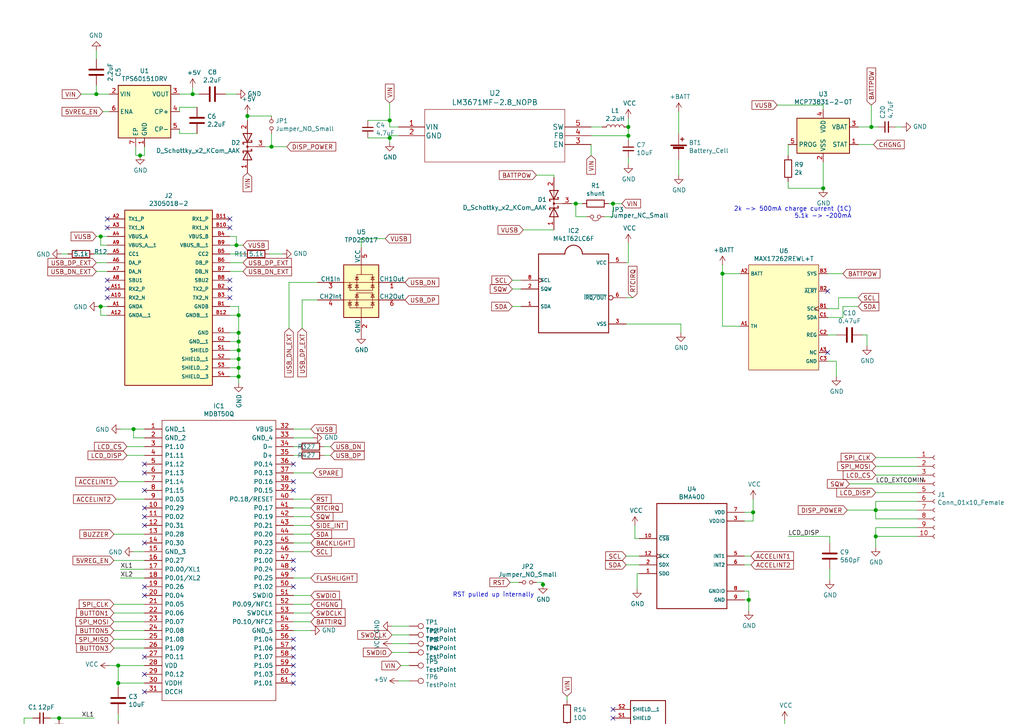
<source format=kicad_sch>
(kicad_sch (version 20210126) (generator eeschema)
  (paper "A4")
  (junction (at 6.985 215.9) (diameter 1.016))
  (junction (at 17.145 208.28) (diameter 1.016))
  (junction (at 17.145 215.9) (diameter 1.016))
  (junction (at 27.94 27.305) (diameter 1.016))
  (junction (at 29.21 68.58) (diameter 1.016))
  (junction (at 29.21 88.9) (diameter 1.016))
  (junction (at 34.29 193.04) (diameter 1.016))
  (junction (at 34.29 198.12) (diameter 1.016))
  (junction (at 38.735 124.46) (diameter 1.016))
  (junction (at 40.64 45.085) (diameter 1.016))
  (junction (at 55.88 27.305) (diameter 1.016))
  (junction (at 68.58 71.12) (diameter 1.016))
  (junction (at 69.215 91.44) (diameter 1.016))
  (junction (at 69.215 96.52) (diameter 1.016))
  (junction (at 69.215 99.06) (diameter 1.016))
  (junction (at 69.215 101.6) (diameter 1.016))
  (junction (at 69.215 104.14) (diameter 1.016))
  (junction (at 69.215 106.68) (diameter 1.016))
  (junction (at 69.215 109.22) (diameter 1.016))
  (junction (at 71.755 33.655) (diameter 1.016))
  (junction (at 78.74 42.545) (diameter 1.016))
  (junction (at 113.03 34.925) (diameter 1.016))
  (junction (at 113.03 40.005) (diameter 1.016))
  (junction (at 153.67 228.6) (diameter 1.016))
  (junction (at 157.48 169.545) (diameter 1.016))
  (junction (at 164.465 238.125) (diameter 1.016))
  (junction (at 167.005 59.055) (diameter 1.016))
  (junction (at 177.8 59.055) (diameter 1.016))
  (junction (at 177.8 215.9) (diameter 1.016))
  (junction (at 177.8 218.44) (diameter 1.016))
  (junction (at 182.245 36.83) (diameter 1.016))
  (junction (at 182.245 39.37) (diameter 1.016))
  (junction (at 209.55 79.375) (diameter 1.016))
  (junction (at 216.789 236.22) (diameter 1.016))
  (junction (at 217.17 173.99) (diameter 1.016))
  (junction (at 218.44 148.59) (diameter 1.016))
  (junction (at 227.584 245.745) (diameter 1.016))
  (junction (at 238.76 54.61) (diameter 1.016))
  (junction (at 252.73 36.83) (diameter 1.016))
  (junction (at 254 147.955) (diameter 1.016))
  (junction (at 254 155.575) (diameter 1.016))
  (junction (at 259.715 235.585) (diameter 1.016))
  (junction (at 270.51 245.11) (diameter 1.016))
  (no_connect (at 31.115 63.5))
  (no_connect (at 31.115 66.04))
  (no_connect (at 31.115 81.28))
  (no_connect (at 31.115 83.82))
  (no_connect (at 31.115 86.36))
  (no_connect (at 41.91 134.62))
  (no_connect (at 41.91 137.16))
  (no_connect (at 41.91 142.24))
  (no_connect (at 41.91 147.32))
  (no_connect (at 41.91 149.86))
  (no_connect (at 41.91 152.4))
  (no_connect (at 41.91 157.48))
  (no_connect (at 41.91 170.18))
  (no_connect (at 41.91 172.72))
  (no_connect (at 41.91 190.5))
  (no_connect (at 41.91 195.58))
  (no_connect (at 41.91 200.66))
  (no_connect (at 66.675 63.5))
  (no_connect (at 66.675 66.04))
  (no_connect (at 66.675 81.28))
  (no_connect (at 66.675 83.82))
  (no_connect (at 66.675 86.36))
  (no_connect (at 85.09 134.62))
  (no_connect (at 85.09 139.7))
  (no_connect (at 85.09 142.24))
  (no_connect (at 85.09 162.56))
  (no_connect (at 85.09 165.1))
  (no_connect (at 85.09 170.18))
  (no_connect (at 85.09 185.42))
  (no_connect (at 85.09 187.96))
  (no_connect (at 85.09 190.5))
  (no_connect (at 85.09 193.04))
  (no_connect (at 85.09 195.58))
  (no_connect (at 85.09 198.12))
  (no_connect (at 177.8 205.74))
  (no_connect (at 177.8 208.28))
  (no_connect (at 240.03 84.455))
  (no_connect (at 240.03 102.235))
  (wire (pts (xy 6.985 208.28) (xy 9.525 208.28)))
  (wire (pts (xy 6.985 215.9) (xy 6.985 208.28)))
  (wire (pts (xy 6.985 215.9) (xy 9.525 215.9)))
  (wire (pts (xy 6.985 219.71) (xy 6.985 215.9)))
  (wire (pts (xy 14.605 208.28) (xy 17.145 208.28)))
  (wire (pts (xy 14.605 215.9) (xy 17.145 215.9)))
  (wire (pts (xy 17.145 208.28) (xy 27.305 208.28)))
  (wire (pts (xy 17.145 215.9) (xy 27.305 215.9)))
  (wire (pts (xy 17.78 73.66) (xy 19.685 73.66)))
  (wire (pts (xy 23.495 27.305) (xy 27.94 27.305)))
  (wire (pts (xy 27.305 73.66) (xy 31.115 73.66)))
  (wire (pts (xy 27.94 17.145) (xy 27.94 14.605)))
  (wire (pts (xy 27.94 24.765) (xy 27.94 27.305)))
  (wire (pts (xy 27.94 27.305) (xy 31.75 27.305)))
  (wire (pts (xy 27.94 68.58) (xy 29.21 68.58)))
  (wire (pts (xy 27.94 76.2) (xy 31.115 76.2)))
  (wire (pts (xy 27.94 78.74) (xy 31.115 78.74)))
  (wire (pts (xy 28.575 88.9) (xy 29.21 88.9)))
  (wire (pts (xy 29.21 68.58) (xy 31.115 68.58)))
  (wire (pts (xy 29.21 71.12) (xy 29.21 68.58)))
  (wire (pts (xy 29.21 88.9) (xy 31.115 88.9)))
  (wire (pts (xy 29.21 91.44) (xy 29.21 88.9)))
  (wire (pts (xy 31.115 71.12) (xy 29.21 71.12)))
  (wire (pts (xy 31.115 91.44) (xy 29.21 91.44)))
  (wire (pts (xy 31.75 32.385) (xy 29.845 32.385)))
  (wire (pts (xy 31.75 193.04) (xy 34.29 193.04)))
  (wire (pts (xy 33.02 154.94) (xy 41.91 154.94)))
  (wire (pts (xy 33.02 162.56) (xy 41.91 162.56)))
  (wire (pts (xy 33.02 175.26) (xy 41.91 175.26)))
  (wire (pts (xy 33.02 177.8) (xy 41.91 177.8)))
  (wire (pts (xy 33.02 180.34) (xy 41.91 180.34)))
  (wire (pts (xy 33.02 182.88) (xy 41.91 182.88)))
  (wire (pts (xy 33.02 185.42) (xy 41.91 185.42)))
  (wire (pts (xy 33.02 187.96) (xy 41.91 187.96)))
  (wire (pts (xy 33.655 144.78) (xy 41.91 144.78)))
  (wire (pts (xy 34.29 139.7) (xy 41.91 139.7)))
  (wire (pts (xy 34.29 193.04) (xy 41.91 193.04)))
  (wire (pts (xy 34.29 198.12) (xy 34.29 193.04)))
  (wire (pts (xy 34.29 198.12) (xy 34.29 199.39)))
  (wire (pts (xy 34.29 207.01) (xy 34.29 208.915)))
  (wire (pts (xy 34.925 124.46) (xy 38.735 124.46)))
  (wire (pts (xy 34.925 165.1) (xy 41.91 165.1)))
  (wire (pts (xy 34.925 167.64) (xy 41.91 167.64)))
  (wire (pts (xy 36.83 129.54) (xy 41.91 129.54)))
  (wire (pts (xy 36.83 132.08) (xy 41.91 132.08)))
  (wire (pts (xy 38.735 124.46) (xy 41.91 124.46)))
  (wire (pts (xy 38.735 127) (xy 38.735 124.46)))
  (wire (pts (xy 38.735 160.02) (xy 41.91 160.02)))
  (wire (pts (xy 39.37 45.085) (xy 39.37 42.545)))
  (wire (pts (xy 40.64 45.085) (xy 39.37 45.085)))
  (wire (pts (xy 40.64 45.085) (xy 41.91 45.085)))
  (wire (pts (xy 41.275 222.25) (xy 41.275 226.06)))
  (wire (pts (xy 41.275 236.22) (xy 41.275 240.03)))
  (wire (pts (xy 41.91 45.085) (xy 41.91 42.545)))
  (wire (pts (xy 41.91 127) (xy 38.735 127)))
  (wire (pts (xy 41.91 198.12) (xy 34.29 198.12)))
  (wire (pts (xy 52.07 31.115) (xy 52.07 32.385)))
  (wire (pts (xy 52.07 38.735) (xy 52.07 37.465)))
  (wire (pts (xy 55.88 25.4) (xy 55.88 27.305)))
  (wire (pts (xy 55.88 27.305) (xy 52.07 27.305)))
  (wire (pts (xy 55.88 27.305) (xy 57.785 27.305)))
  (wire (pts (xy 57.15 31.115) (xy 52.07 31.115)))
  (wire (pts (xy 57.15 38.735) (xy 52.07 38.735)))
  (wire (pts (xy 65.405 27.305) (xy 68.58 27.305)))
  (wire (pts (xy 66.675 68.58) (xy 68.58 68.58)))
  (wire (pts (xy 66.675 71.12) (xy 68.58 71.12)))
  (wire (pts (xy 66.675 73.66) (xy 70.485 73.66)))
  (wire (pts (xy 66.675 76.2) (xy 70.485 76.2)))
  (wire (pts (xy 66.675 78.74) (xy 70.485 78.74)))
  (wire (pts (xy 66.675 91.44) (xy 69.215 91.44)))
  (wire (pts (xy 66.675 96.52) (xy 69.215 96.52)))
  (wire (pts (xy 66.675 99.06) (xy 69.215 99.06)))
  (wire (pts (xy 66.675 101.6) (xy 69.215 101.6)))
  (wire (pts (xy 66.675 104.14) (xy 69.215 104.14)))
  (wire (pts (xy 66.675 106.68) (xy 69.215 106.68)))
  (wire (pts (xy 66.675 109.22) (xy 69.215 109.22)))
  (wire (pts (xy 67.31 222.25) (xy 67.31 226.06)))
  (wire (pts (xy 67.31 236.22) (xy 67.31 240.03)))
  (wire (pts (xy 68.58 68.58) (xy 68.58 71.12)))
  (wire (pts (xy 68.58 71.12) (xy 70.485 71.12)))
  (wire (pts (xy 69.215 88.9) (xy 66.675 88.9)))
  (wire (pts (xy 69.215 91.44) (xy 69.215 88.9)))
  (wire (pts (xy 69.215 96.52) (xy 69.215 91.44)))
  (wire (pts (xy 69.215 96.52) (xy 69.215 99.06)))
  (wire (pts (xy 69.215 99.06) (xy 69.215 101.6)))
  (wire (pts (xy 69.215 101.6) (xy 69.215 104.14)))
  (wire (pts (xy 69.215 104.14) (xy 69.215 106.68)))
  (wire (pts (xy 69.215 106.68) (xy 69.215 109.22)))
  (wire (pts (xy 69.215 109.22) (xy 69.215 111.125)))
  (wire (pts (xy 71.755 33.02) (xy 71.755 33.655)))
  (wire (pts (xy 71.755 33.655) (xy 71.755 34.925)))
  (wire (pts (xy 71.755 33.655) (xy 78.74 33.655)))
  (wire (pts (xy 76.835 42.545) (xy 78.74 42.545)))
  (wire (pts (xy 78.105 73.66) (xy 81.915 73.66)))
  (wire (pts (xy 78.74 38.735) (xy 78.74 42.545)))
  (wire (pts (xy 78.74 42.545) (xy 83.185 42.545)))
  (wire (pts (xy 83.82 81.915) (xy 83.82 95.25)))
  (wire (pts (xy 83.82 81.915) (xy 92.075 81.915)))
  (wire (pts (xy 85.09 124.46) (xy 90.17 124.46)))
  (wire (pts (xy 85.09 127) (xy 90.805 127)))
  (wire (pts (xy 85.09 129.54) (xy 86.36 129.54)))
  (wire (pts (xy 85.09 132.08) (xy 86.36 132.08)))
  (wire (pts (xy 85.09 137.16) (xy 90.805 137.16)))
  (wire (pts (xy 85.09 144.78) (xy 90.17 144.78)))
  (wire (pts (xy 85.09 147.32) (xy 90.17 147.32)))
  (wire (pts (xy 85.09 149.86) (xy 90.17 149.86)))
  (wire (pts (xy 85.09 152.4) (xy 90.17 152.4)))
  (wire (pts (xy 85.09 154.94) (xy 90.17 154.94)))
  (wire (pts (xy 85.09 157.48) (xy 90.17 157.48)))
  (wire (pts (xy 85.09 160.02) (xy 90.17 160.02)))
  (wire (pts (xy 85.09 167.64) (xy 90.17 167.64)))
  (wire (pts (xy 85.09 172.72) (xy 90.17 172.72)))
  (wire (pts (xy 85.09 175.26) (xy 90.17 175.26)))
  (wire (pts (xy 85.09 177.8) (xy 90.17 177.8)))
  (wire (pts (xy 85.09 180.34) (xy 90.17 180.34)))
  (wire (pts (xy 85.09 182.88) (xy 90.17 182.88)))
  (wire (pts (xy 87.63 86.995) (xy 87.63 95.25)))
  (wire (pts (xy 87.63 86.995) (xy 92.075 86.995)))
  (wire (pts (xy 93.345 222.25) (xy 93.345 226.06)))
  (wire (pts (xy 93.345 236.22) (xy 93.345 240.03)))
  (wire (pts (xy 93.98 129.54) (xy 95.885 129.54)))
  (wire (pts (xy 93.98 132.08) (xy 95.885 132.08)))
  (wire (pts (xy 104.775 69.215) (xy 111.76 69.215)))
  (wire (pts (xy 104.775 71.755) (xy 104.775 69.215)))
  (wire (pts (xy 106.68 34.925) (xy 113.03 34.925)))
  (wire (pts (xy 106.68 40.005) (xy 113.03 40.005)))
  (wire (pts (xy 113.03 29.845) (xy 113.03 34.925)))
  (wire (pts (xy 113.03 34.925) (xy 113.03 36.83)))
  (wire (pts (xy 113.03 36.83) (xy 115.57 36.83)))
  (wire (pts (xy 113.03 39.37) (xy 115.57 39.37)))
  (wire (pts (xy 113.03 40.005) (xy 113.03 39.37)))
  (wire (pts (xy 113.03 41.275) (xy 113.03 40.005)))
  (wire (pts (xy 113.665 181.61) (xy 118.745 181.61)))
  (wire (pts (xy 113.665 184.15) (xy 118.745 184.15)))
  (wire (pts (xy 113.665 186.69) (xy 118.745 186.69)))
  (wire (pts (xy 113.665 189.23) (xy 118.745 189.23)))
  (wire (pts (xy 115.57 197.485) (xy 118.745 197.485)))
  (wire (pts (xy 116.205 193.04) (xy 118.745 193.04)))
  (wire (pts (xy 147.955 168.91) (xy 150.495 168.91)))
  (wire (pts (xy 148.59 81.28) (xy 151.13 81.28)))
  (wire (pts (xy 148.59 83.82) (xy 151.13 83.82)))
  (wire (pts (xy 148.59 88.9) (xy 151.13 88.9)))
  (wire (pts (xy 151.765 66.675) (xy 160.655 66.675)))
  (wire (pts (xy 153.67 224.155) (xy 153.67 228.6)))
  (wire (pts (xy 153.67 228.6) (xy 153.67 230.505)))
  (wire (pts (xy 153.67 228.6) (xy 156.845 228.6)))
  (wire (pts (xy 153.67 238.125) (xy 164.465 238.125)))
  (wire (pts (xy 155.575 50.8) (xy 160.655 50.8)))
  (wire (pts (xy 157.48 168.91) (xy 155.575 168.91)))
  (wire (pts (xy 157.48 169.545) (xy 157.48 168.91)))
  (wire (pts (xy 157.48 170.18) (xy 157.48 169.545)))
  (wire (pts (xy 160.655 50.8) (xy 160.655 51.435)))
  (wire (pts (xy 164.465 201.93) (xy 164.465 203.2)))
  (wire (pts (xy 164.465 210.82) (xy 164.465 218.44)))
  (wire (pts (xy 164.465 218.44) (xy 177.8 218.44)))
  (wire (pts (xy 164.465 219.71) (xy 164.465 223.52)))
  (wire (pts (xy 164.465 219.71) (xy 172.72 219.71)))
  (wire (pts (xy 164.465 233.68) (xy 164.465 238.125)))
  (wire (pts (xy 164.465 238.125) (xy 164.465 239.395)))
  (wire (pts (xy 165.735 59.055) (xy 167.005 59.055)))
  (wire (pts (xy 167.005 59.055) (xy 168.91 59.055)))
  (wire (pts (xy 167.005 62.865) (xy 167.005 59.055)))
  (wire (pts (xy 170.18 62.865) (xy 167.005 62.865)))
  (wire (pts (xy 171.45 36.83) (xy 174.625 36.83)))
  (wire (pts (xy 171.45 41.91) (xy 171.45 45.085)))
  (wire (pts (xy 172.72 215.9) (xy 177.8 215.9)))
  (wire (pts (xy 172.72 219.71) (xy 172.72 215.9)))
  (wire (pts (xy 176.53 59.055) (xy 177.8 59.055)))
  (wire (pts (xy 177.8 59.055) (xy 177.8 62.865)))
  (wire (pts (xy 177.8 59.055) (xy 180.34 59.055)))
  (wire (pts (xy 177.8 62.865) (xy 175.26 62.865)))
  (wire (pts (xy 177.8 213.36) (xy 177.8 215.9)))
  (wire (pts (xy 177.8 218.44) (xy 177.8 220.98)))
  (wire (pts (xy 181.61 86.36) (xy 183.515 86.36)))
  (wire (pts (xy 181.61 93.98) (xy 197.485 93.98)))
  (wire (pts (xy 181.61 161.29) (xy 185.42 161.29)))
  (wire (pts (xy 181.61 163.83) (xy 185.42 163.83)))
  (wire (pts (xy 182.245 34.29) (xy 182.245 36.83)))
  (wire (pts (xy 182.245 36.83) (xy 182.245 39.37)))
  (wire (pts (xy 182.245 39.37) (xy 171.45 39.37)))
  (wire (pts (xy 182.245 39.37) (xy 182.245 40.64)))
  (wire (pts (xy 182.245 45.72) (xy 182.245 47.625)))
  (wire (pts (xy 182.245 70.485) (xy 182.245 76.2)))
  (wire (pts (xy 182.245 76.2) (xy 181.61 76.2)))
  (wire (pts (xy 184.15 152.4) (xy 184.15 156.21)))
  (wire (pts (xy 184.15 156.21) (xy 185.42 156.21)))
  (wire (pts (xy 184.785 166.37) (xy 185.42 166.37)))
  (wire (pts (xy 184.785 170.815) (xy 184.785 166.37)))
  (wire (pts (xy 196.85 32.385) (xy 196.85 38.735)))
  (wire (pts (xy 196.85 46.355) (xy 196.85 50.8)))
  (wire (pts (xy 197.485 93.98) (xy 197.485 96.52)))
  (wire (pts (xy 209.55 76.835) (xy 209.55 79.375)))
  (wire (pts (xy 209.55 79.375) (xy 214.63 79.375)))
  (wire (pts (xy 209.55 94.615) (xy 209.55 79.375)))
  (wire (pts (xy 214.63 94.615) (xy 209.55 94.615)))
  (wire (pts (xy 215.9 148.59) (xy 218.44 148.59)))
  (wire (pts (xy 215.9 161.29) (xy 217.805 161.29)))
  (wire (pts (xy 215.9 163.83) (xy 217.805 163.83)))
  (wire (pts (xy 215.9 173.99) (xy 217.17 173.99)))
  (wire (pts (xy 216.789 231.775) (xy 216.789 236.22)))
  (wire (pts (xy 216.789 236.22) (xy 216.789 238.125)))
  (wire (pts (xy 216.789 236.22) (xy 219.964 236.22)))
  (wire (pts (xy 216.789 245.745) (xy 227.584 245.745)))
  (wire (pts (xy 217.17 171.45) (xy 215.9 171.45)))
  (wire (pts (xy 217.17 173.99) (xy 217.17 171.45)))
  (wire (pts (xy 217.17 177.165) (xy 217.17 173.99)))
  (wire (pts (xy 218.44 144.78) (xy 218.44 148.59)))
  (wire (pts (xy 218.44 148.59) (xy 218.44 151.13)))
  (wire (pts (xy 218.44 151.13) (xy 215.9 151.13)))
  (wire (pts (xy 225.425 30.48) (xy 238.76 30.48)))
  (wire (pts (xy 227.584 208.915) (xy 227.584 210.82)))
  (wire (pts (xy 227.584 218.44) (xy 227.584 220.345)))
  (wire (pts (xy 227.584 220.345) (xy 233.68 220.345)))
  (wire (pts (xy 227.584 222.885) (xy 227.584 231.14)))
  (wire (pts (xy 227.584 241.3) (xy 227.584 245.745)))
  (wire (pts (xy 227.584 245.745) (xy 227.584 247.015)))
  (wire (pts (xy 228.6 41.91) (xy 228.6 45.085)))
  (wire (pts (xy 228.6 52.705) (xy 228.6 54.61)))
  (wire (pts (xy 228.6 54.61) (xy 238.76 54.61)))
  (wire (pts (xy 228.6 155.575) (xy 240.665 155.575)))
  (wire (pts (xy 231.14 222.885) (xy 227.584 222.885)))
  (wire (pts (xy 231.14 223.52) (xy 231.14 222.885)))
  (wire (pts (xy 233.68 220.345) (xy 233.68 223.52)))
  (wire (pts (xy 238.76 30.48) (xy 238.76 31.75)))
  (wire (pts (xy 238.76 46.99) (xy 238.76 54.61)))
  (wire (pts (xy 240.03 79.375) (xy 244.475 79.375)))
  (wire (pts (xy 240.03 92.075) (xy 244.475 92.075)))
  (wire (pts (xy 240.03 97.155) (xy 242.57 97.155)))
  (wire (pts (xy 240.665 157.48) (xy 240.665 155.575)))
  (wire (pts (xy 240.665 165.1) (xy 240.665 168.275)))
  (wire (pts (xy 242.57 104.775) (xy 240.03 104.775)))
  (wire (pts (xy 242.57 109.22) (xy 242.57 104.775)))
  (wire (pts (xy 243.205 86.36) (xy 243.205 89.535)))
  (wire (pts (xy 243.205 89.535) (xy 240.03 89.535)))
  (wire (pts (xy 244.475 88.9) (xy 248.92 88.9)))
  (wire (pts (xy 244.475 92.075) (xy 244.475 88.9)))
  (wire (pts (xy 245.745 147.955) (xy 254 147.955)))
  (wire (pts (xy 246.38 140.335) (xy 266.065 140.335)))
  (wire (pts (xy 248.92 36.83) (xy 252.73 36.83)))
  (wire (pts (xy 248.92 41.91) (xy 253.365 41.91)))
  (wire (pts (xy 248.92 86.36) (xy 243.205 86.36)))
  (wire (pts (xy 251.46 97.155) (xy 250.19 97.155)))
  (wire (pts (xy 251.46 100.33) (xy 251.46 97.155)))
  (wire (pts (xy 252.73 30.48) (xy 252.73 36.83)))
  (wire (pts (xy 252.73 36.83) (xy 254.635 36.83)))
  (wire (pts (xy 254 132.715) (xy 266.065 132.715)))
  (wire (pts (xy 254 135.255) (xy 266.065 135.255)))
  (wire (pts (xy 254 137.795) (xy 266.065 137.795)))
  (wire (pts (xy 254 142.875) (xy 266.065 142.875)))
  (wire (pts (xy 254 145.415) (xy 254 147.955)))
  (wire (pts (xy 254 145.415) (xy 266.065 145.415)))
  (wire (pts (xy 254 147.955) (xy 254 150.495)))
  (wire (pts (xy 254 147.955) (xy 266.065 147.955)))
  (wire (pts (xy 254 150.495) (xy 266.065 150.495)))
  (wire (pts (xy 254 153.035) (xy 254 155.575)))
  (wire (pts (xy 254 153.035) (xy 266.065 153.035)))
  (wire (pts (xy 254 155.575) (xy 254 158.75)))
  (wire (pts (xy 254 155.575) (xy 266.065 155.575)))
  (wire (pts (xy 259.715 36.83) (xy 261.62 36.83)))
  (wire (pts (xy 259.715 231.14) (xy 259.715 235.585)))
  (wire (pts (xy 259.715 235.585) (xy 259.715 237.49)))
  (wire (pts (xy 259.715 235.585) (xy 262.89 235.585)))
  (wire (pts (xy 259.715 245.11) (xy 270.51 245.11)))
  (wire (pts (xy 270.51 216.535) (xy 270.51 219.71)))
  (wire (pts (xy 270.51 219.71) (xy 276.606 219.71)))
  (wire (pts (xy 270.51 222.25) (xy 270.51 230.505)))
  (wire (pts (xy 270.51 240.665) (xy 270.51 245.11)))
  (wire (pts (xy 270.51 245.11) (xy 270.51 246.38)))
  (wire (pts (xy 274.066 222.25) (xy 270.51 222.25)))
  (wire (pts (xy 274.066 222.885) (xy 274.066 222.25)))
  (wire (pts (xy 276.606 219.71) (xy 276.606 222.885)))
  (text "RST pulled up internally" (at 154.94 173.355 180) (effects (font (size 1.27 1.27)) (justify right bottom)))
  (text "2k -> 500mA charge current (1C)\n5.1k -> ~~200mA" (at 247.015 63.5 180) (effects (font (size 1.27 1.27)) (justify right bottom)))
  (label "XL1" (at 27.305 208.28 180))
  (label "XL2" (at 27.305 215.9 180))
  (label "XL1" (at 34.925 165.1 0))
  (label "XL2" (at 34.925 167.64 0))
  (label "LCD_DISP" (at 228.6 155.575 0))
  (label "LCD_EXTCOMIN" (at 254 140.335 0))
  (global_label "VIN" (shape input) (at 23.495 27.305 180) (property "Intersheet References" "${INTERSHEET_REFS}" (effects hide)))
  (global_label "VUSB" (shape input) (at 27.94 68.58 180) (property "Intersheet References" "${INTERSHEET_REFS}" (effects hide)))
  (global_label "USB_DP_EXT" (shape input) (at 27.94 76.2 180) (property "Intersheet References" "${INTERSHEET_REFS}" (effects hide)))
  (global_label "USB_DN_EXT" (shape input) (at 27.94 78.74 180) (property "Intersheet References" "${INTERSHEET_REFS}" (effects hide)))
  (global_label "5VREG_EN" (shape input) (at 29.845 32.385 180) (property "Intersheet References" "${INTERSHEET_REFS}" (effects hide)))
  (global_label "BUZZER" (shape input) (at 33.02 154.94 180) (property "Intersheet References" "${INTERSHEET_REFS}" (effects hide)))
  (global_label "5VREG_EN" (shape input) (at 33.02 162.56 180) (property "Intersheet References" "${INTERSHEET_REFS}" (effects hide)))
  (global_label "SPI_CLK" (shape input) (at 33.02 175.26 180) (property "Intersheet References" "${INTERSHEET_REFS}" (effects hide)))
  (global_label "BUTTON1" (shape input) (at 33.02 177.8 180) (property "Intersheet References" "${INTERSHEET_REFS}" (effects hide)))
  (global_label "SPI_MOSI" (shape input) (at 33.02 180.34 180) (property "Intersheet References" "${INTERSHEET_REFS}" (effects hide)))
  (global_label "BUTTON5" (shape input) (at 33.02 182.88 180) (property "Intersheet References" "${INTERSHEET_REFS}" (effects hide)))
  (global_label "SPI_MISO" (shape input) (at 33.02 185.42 180) (property "Intersheet References" "${INTERSHEET_REFS}" (effects hide)))
  (global_label "BUTTON3" (shape input) (at 33.02 187.96 180) (property "Intersheet References" "${INTERSHEET_REFS}" (effects hide)))
  (global_label "ACCELINT2" (shape input) (at 33.655 144.78 180) (property "Intersheet References" "${INTERSHEET_REFS}" (effects hide)))
  (global_label "ACCELINT1" (shape input) (at 34.29 139.7 180) (property "Intersheet References" "${INTERSHEET_REFS}" (effects hide)))
  (global_label "LCD_CS" (shape input) (at 36.83 129.54 180) (property "Intersheet References" "${INTERSHEET_REFS}" (effects hide)))
  (global_label "LCD_DISP" (shape input) (at 36.83 132.08 180) (property "Intersheet References" "${INTERSHEET_REFS}" (effects hide)))
  (global_label "BUTTON1" (shape input) (at 41.275 222.25 90) (property "Intersheet References" "${INTERSHEET_REFS}" (effects hide)))
  (global_label "BUTTON3" (shape input) (at 67.31 222.25 90) (property "Intersheet References" "${INTERSHEET_REFS}" (effects hide)))
  (global_label "VUSB" (shape input) (at 70.485 71.12 0) (property "Intersheet References" "${INTERSHEET_REFS}" (effects hide)))
  (global_label "USB_DP_EXT" (shape input) (at 70.485 76.2 0) (property "Intersheet References" "${INTERSHEET_REFS}" (effects hide)))
  (global_label "USB_DN_EXT" (shape input) (at 70.485 78.74 0) (property "Intersheet References" "${INTERSHEET_REFS}" (effects hide)))
  (global_label "VIN" (shape input) (at 71.755 50.165 270) (property "Intersheet References" "${INTERSHEET_REFS}" (effects hide)))
  (global_label "DISP_POWER" (shape input) (at 83.185 42.545 0) (property "Intersheet References" "${INTERSHEET_REFS}" (effects hide)))
  (global_label "USB_DN_EXT" (shape input) (at 83.82 95.25 270) (property "Intersheet References" "${INTERSHEET_REFS}" (effects hide)))
  (global_label "USB_DP_EXT" (shape input) (at 87.63 95.25 270) (property "Intersheet References" "${INTERSHEET_REFS}" (effects hide)))
  (global_label "VUSB" (shape input) (at 90.17 124.46 0) (property "Intersheet References" "${INTERSHEET_REFS}" (effects hide)))
  (global_label "RST" (shape input) (at 90.17 144.78 0) (property "Intersheet References" "${INTERSHEET_REFS}" (effects hide)))
  (global_label "RTCIRQ" (shape input) (at 90.17 147.32 0) (property "Intersheet References" "${INTERSHEET_REFS}" (effects hide)))
  (global_label "SQW" (shape input) (at 90.17 149.86 0) (property "Intersheet References" "${INTERSHEET_REFS}" (effects hide)))
  (global_label "SIDE_INT" (shape input) (at 90.17 152.4 0) (property "Intersheet References" "${INTERSHEET_REFS}" (effects hide)))
  (global_label "SDA" (shape input) (at 90.17 154.94 0) (property "Intersheet References" "${INTERSHEET_REFS}" (effects hide)))
  (global_label "BACKLIGHT" (shape input) (at 90.17 157.48 0) (property "Intersheet References" "${INTERSHEET_REFS}" (effects hide)))
  (global_label "SCL" (shape input) (at 90.17 160.02 0) (property "Intersheet References" "${INTERSHEET_REFS}" (effects hide)))
  (global_label "FLASHLIGHT" (shape input) (at 90.17 167.64 0) (property "Intersheet References" "${INTERSHEET_REFS}" (effects hide)))
  (global_label "SWDIO" (shape input) (at 90.17 172.72 0) (property "Intersheet References" "${INTERSHEET_REFS}" (effects hide)))
  (global_label "CHGNG" (shape input) (at 90.17 175.26 0) (property "Intersheet References" "${INTERSHEET_REFS}" (effects hide)))
  (global_label "SWDCLK" (shape input) (at 90.17 177.8 0) (property "Intersheet References" "${INTERSHEET_REFS}" (effects hide)))
  (global_label "BATTIRQ" (shape input) (at 90.17 180.34 0) (property "Intersheet References" "${INTERSHEET_REFS}" (effects hide)))
  (global_label "SPARE" (shape input) (at 90.805 137.16 0) (property "Intersheet References" "${INTERSHEET_REFS}" (effects hide)))
  (global_label "BUTTON5" (shape input) (at 93.345 222.25 90) (property "Intersheet References" "${INTERSHEET_REFS}" (effects hide)))
  (global_label "USB_DN" (shape input) (at 95.885 129.54 0) (property "Intersheet References" "${INTERSHEET_REFS}" (effects hide)))
  (global_label "USB_DP" (shape input) (at 95.885 132.08 0) (property "Intersheet References" "${INTERSHEET_REFS}" (effects hide)))
  (global_label "VUSB" (shape input) (at 111.76 69.215 0) (property "Intersheet References" "${INTERSHEET_REFS}" (effects hide)))
  (global_label "VIN" (shape input) (at 113.03 29.845 90) (property "Intersheet References" "${INTERSHEET_REFS}" (effects hide)))
  (global_label "SWDCLK" (shape input) (at 113.665 184.15 180) (property "Intersheet References" "${INTERSHEET_REFS}" (effects hide)))
  (global_label "SWDIO" (shape input) (at 113.665 189.23 180) (property "Intersheet References" "${INTERSHEET_REFS}" (effects hide)))
  (global_label "VIN" (shape input) (at 116.205 193.04 180) (property "Intersheet References" "${INTERSHEET_REFS}" (effects hide)))
  (global_label "USB_DN" (shape input) (at 117.475 81.915 0) (property "Intersheet References" "${INTERSHEET_REFS}" (effects hide)))
  (global_label "USB_DP" (shape input) (at 117.475 86.995 0) (property "Intersheet References" "${INTERSHEET_REFS}" (effects hide)))
  (global_label "RST" (shape input) (at 147.955 168.91 180) (property "Intersheet References" "${INTERSHEET_REFS}" (effects hide)))
  (global_label "SCL" (shape input) (at 148.59 81.28 180) (property "Intersheet References" "${INTERSHEET_REFS}" (effects hide)))
  (global_label "SQW" (shape input) (at 148.59 83.82 180) (property "Intersheet References" "${INTERSHEET_REFS}" (effects hide)))
  (global_label "SDA" (shape input) (at 148.59 88.9 180) (property "Intersheet References" "${INTERSHEET_REFS}" (effects hide)))
  (global_label "VUSB" (shape input) (at 151.765 66.675 180) (property "Intersheet References" "${INTERSHEET_REFS}" (effects hide)))
  (global_label "BACKLIGHT" (shape input) (at 153.67 224.155 90) (property "Intersheet References" "${INTERSHEET_REFS}" (effects hide)))
  (global_label "BATTPOW" (shape input) (at 155.575 50.8 180) (property "Intersheet References" "${INTERSHEET_REFS}" (effects hide)))
  (global_label "VIN" (shape input) (at 164.465 201.93 90) (property "Intersheet References" "${INTERSHEET_REFS}" (effects hide)))
  (global_label "VIN" (shape input) (at 171.45 45.085 270) (property "Intersheet References" "${INTERSHEET_REFS}" (effects hide)))
  (global_label "VIN" (shape input) (at 180.34 59.055 0) (property "Intersheet References" "${INTERSHEET_REFS}" (effects hide)))
  (global_label "SCL" (shape input) (at 181.61 161.29 180) (property "Intersheet References" "${INTERSHEET_REFS}" (effects hide)))
  (global_label "SDA" (shape input) (at 181.61 163.83 180) (property "Intersheet References" "${INTERSHEET_REFS}" (effects hide)))
  (global_label "RTCIRQ" (shape input) (at 183.515 86.36 90) (property "Intersheet References" "${INTERSHEET_REFS}" (effects hide)))
  (global_label "BUZZER" (shape input) (at 216.789 231.775 90) (property "Intersheet References" "${INTERSHEET_REFS}" (effects hide)))
  (global_label "ACCELINT1" (shape input) (at 217.805 161.29 0) (property "Intersheet References" "${INTERSHEET_REFS}" (effects hide)))
  (global_label "ACCELINT2" (shape input) (at 217.805 163.83 0) (property "Intersheet References" "${INTERSHEET_REFS}" (effects hide)))
  (global_label "VUSB" (shape input) (at 225.425 30.48 180) (property "Intersheet References" "${INTERSHEET_REFS}" (effects hide)))
  (global_label "BATTPOW" (shape input) (at 244.475 79.375 0) (property "Intersheet References" "${INTERSHEET_REFS}" (effects hide)))
  (global_label "DISP_POWER" (shape input) (at 245.745 147.955 180) (property "Intersheet References" "${INTERSHEET_REFS}" (effects hide)))
  (global_label "SQW" (shape input) (at 246.38 140.335 180) (property "Intersheet References" "${INTERSHEET_REFS}" (effects hide)))
  (global_label "SCL" (shape input) (at 248.92 86.36 0) (property "Intersheet References" "${INTERSHEET_REFS}" (effects hide)))
  (global_label "SDA" (shape input) (at 248.92 88.9 0) (property "Intersheet References" "${INTERSHEET_REFS}" (effects hide)))
  (global_label "BATTPOW" (shape input) (at 252.73 30.48 90) (property "Intersheet References" "${INTERSHEET_REFS}" (effects hide)))
  (global_label "CHGNG" (shape input) (at 253.365 41.91 0) (property "Intersheet References" "${INTERSHEET_REFS}" (effects hide)))
  (global_label "SPI_CLK" (shape input) (at 254 132.715 180) (property "Intersheet References" "${INTERSHEET_REFS}" (effects hide)))
  (global_label "SPI_MOSI" (shape input) (at 254 135.255 180) (property "Intersheet References" "${INTERSHEET_REFS}" (effects hide)))
  (global_label "LCD_CS" (shape input) (at 254 137.795 180) (property "Intersheet References" "${INTERSHEET_REFS}" (effects hide)))
  (global_label "LCD_DISP" (shape input) (at 254 142.875 180) (property "Intersheet References" "${INTERSHEET_REFS}" (effects hide)))
  (global_label "FLASHLIGHT" (shape input) (at 259.715 231.14 90) (property "Intersheet References" "${INTERSHEET_REFS}" (effects hide)))
  (global_label "VIN" (shape input) (at 270.51 216.535 90) (property "Intersheet References" "${INTERSHEET_REFS}" (effects hide)))
  (symbol (lib_id "Device:Jumper_NO_Small") (at 78.74 36.195 90) (unit 1)
    (property "Reference" "JP1" (at 79.8831 35.0456 90) (effects (justify right)))
    (property "Value" "Jumper_NO_Small" (at 79.8831 37.3443 90) (effects (justify right)))
    (property "Footprint" "Jumper:SolderJumper-2_P1.3mm_Open_Pad1.0x1.5mm" (effects hide))
  )
  (symbol (lib_id "Device:Jumper_NO_Small") (at 153.035 168.91 0) (unit 1)
    (property "Reference" "JP2" (at 153.035 164.3188 0))
    (property "Value" "Jumper_NO_Small" (at 153.035 166.6175 0))
    (property "Footprint" "Jumper:SolderJumper-2_P1.3mm_Open_Pad1.0x1.5mm" (effects hide))
  )
  (symbol (lib_id "Connector:TestPoint") (at 118.745 181.61 270) (unit 1)
    (property "Reference" "TP1" (at 123.4441 180.4606 90) (effects (justify left)))
    (property "Value" "TestPoint" (at 123.4441 182.7593 90) (effects (justify left)))
    (property "Footprint" "TestPoint:TestPoint_Pad_D1.0mm" (effects hide))
    (property "package" "DNP" (effects hide))
  )
  (symbol (lib_id "Connector:TestPoint") (at 118.745 184.15 270) (unit 1)
    (property "Reference" "TP2" (at 123.4441 183.0006 90) (effects (justify left)))
    (property "Value" "TestPoint" (at 123.4441 185.2993 90) (effects (justify left)))
    (property "Footprint" "TestPoint:TestPoint_Pad_D1.0mm" (effects hide))
    (property "package" "DNP" (effects hide))
  )
  (symbol (lib_id "Connector:TestPoint") (at 118.745 186.69 270) (unit 1)
    (property "Reference" "TP3" (at 123.4441 185.5406 90) (effects (justify left)))
    (property "Value" "TestPoint" (at 123.4441 187.8393 90) (effects (justify left)))
    (property "Footprint" "TestPoint:TestPoint_Pad_D1.0mm" (effects hide))
    (property "package" "DNP" (effects hide))
  )
  (symbol (lib_id "Connector:TestPoint") (at 118.745 189.23 270) (unit 1)
    (property "Reference" "TP4" (at 123.4441 188.0806 90) (effects (justify left)))
    (property "Value" "TestPoint" (at 123.4441 190.3793 90) (effects (justify left)))
    (property "Footprint" "TestPoint:TestPoint_Pad_D1.0mm" (effects hide))
    (property "package" "DNP" (effects hide))
  )
  (symbol (lib_id "Connector:TestPoint") (at 118.745 193.04 270) (unit 1)
    (property "Reference" "TP5" (at 123.4441 191.8906 90) (effects (justify left)))
    (property "Value" "TestPoint" (at 123.4441 194.1893 90) (effects (justify left)))
    (property "Footprint" "TestPoint:TestPoint_Pad_D1.0mm" (effects hide))
    (property "package" "DNP" (effects hide))
  )
  (symbol (lib_id "Connector:TestPoint") (at 118.745 197.485 270) (unit 1)
    (property "Reference" "TP6" (at 123.4441 196.3356 90) (effects (justify left)))
    (property "Value" "TestPoint" (at 123.4441 198.6343 90) (effects (justify left)))
    (property "Footprint" "TestPoint:TestPoint_Pad_D1.0mm" (effects hide))
    (property "package" "DNP" (effects hide))
  )
  (symbol (lib_id "power:VCC") (at 31.75 193.04 90) (unit 1)
    (property "Reference" "#PWR0101" (effects hide))
    (property "Value" "VCC" (at 28.5749 192.6717 90) (effects (justify left)))
  )
  (symbol (lib_id "power:+5V") (at 55.88 25.4 0) (unit 1)
    (property "Reference" "#PWR0122" (effects hide))
    (property "Value" "+5V" (at 56.2483 21.0756 0))
  )
  (symbol (lib_id "power:+5V") (at 71.755 33.02 0) (unit 1)
    (property "Reference" "#PWR0106" (effects hide))
    (property "Value" "+5V" (at 72.1233 28.6956 0))
  )
  (symbol (lib_id "power:VCC") (at 113.665 186.69 90) (unit 1)
    (property "Reference" "#PWR0145" (effects hide))
    (property "Value" "VCC" (at 109.3406 186.3217 0))
  )
  (symbol (lib_id "power:+5V") (at 115.57 197.485 90) (unit 1)
    (property "Reference" "#PWR0120" (effects hide))
    (property "Value" "+5V" (at 112.395 197.1167 90) (effects (justify left)))
  )
  (symbol (lib_id "power:VCC") (at 182.245 34.29 0) (unit 1)
    (property "Reference" "#PWR0110" (effects hide))
    (property "Value" "VCC" (at 182.6133 29.9656 0))
  )
  (symbol (lib_id "power:VCC") (at 182.245 70.485 0) (unit 1)
    (property "Reference" "#PWR0131" (effects hide))
    (property "Value" "VCC" (at 182.6133 66.1606 0))
  )
  (symbol (lib_id "power:VCC") (at 184.15 152.4 0) (unit 1)
    (property "Reference" "#PWR0112" (effects hide))
    (property "Value" "VCC" (at 184.5183 148.0756 0))
  )
  (symbol (lib_id "power:+BATT") (at 196.85 32.385 0) (unit 1)
    (property "Reference" "#PWR0127" (effects hide))
    (property "Value" "+BATT" (at 197.2183 28.0606 0))
  )
  (symbol (lib_id "power:+BATT") (at 209.55 76.835 0) (unit 1)
    (property "Reference" "#PWR0113" (effects hide))
    (property "Value" "+BATT" (at 209.9183 72.5106 0))
  )
  (symbol (lib_id "power:VCC") (at 218.44 144.78 0) (unit 1)
    (property "Reference" "#PWR0132" (effects hide))
    (property "Value" "VCC" (at 218.8083 140.4556 0))
  )
  (symbol (lib_id "power:VCC") (at 227.584 208.915 0) (unit 1)
    (property "Reference" "#PWR0148" (effects hide))
    (property "Value" "VCC" (at 227.9523 204.5906 0))
  )
  (symbol (lib_id "Device:L") (at 178.435 36.83 90) (unit 1)
    (property "Reference" "L1" (at 178.435 32.1118 90))
    (property "Value" "2.2uH" (at 178.435 34.41 90))
    (property "Footprint" "Inductor_SMD:L_0603_1608Metric_Pad1.05x0.95mm_HandSolder" (effects hide))
    (property "package" "0603" (effects hide))
  )
  (symbol (lib_id "power:GND") (at 6.985 219.71 0) (unit 1)
    (property "Reference" "#PWR0103" (effects hide))
    (property "Value" "GND" (at 7.0993 224.0344 0))
  )
  (symbol (lib_id "power:GND") (at 17.78 73.66 270) (unit 1)
    (property "Reference" "#PWR0139" (effects hide))
    (property "Value" "GND" (at 14.6049 73.7743 90) (effects (justify right)))
  )
  (symbol (lib_id "power:GND") (at 27.94 14.605 180) (unit 1)
    (property "Reference" "#PWR0135" (effects hide))
    (property "Value" "GND" (at 27.8257 10.2806 0))
  )
  (symbol (lib_id "power:GND") (at 28.575 88.9 270) (unit 1)
    (property "Reference" "#PWR0118" (effects hide))
    (property "Value" "GND" (at 25.3999 89.0143 90) (effects (justify right)))
  )
  (symbol (lib_id "power:GND") (at 34.29 208.915 0) (unit 1)
    (property "Reference" "#PWR0102" (effects hide))
    (property "Value" "GND" (at 34.4043 213.2394 0))
  )
  (symbol (lib_id "power:GND") (at 34.925 124.46 270) (unit 1)
    (property "Reference" "#PWR0116" (effects hide))
    (property "Value" "GND" (at 31.75 124.5743 90) (effects (justify right)))
  )
  (symbol (lib_id "power:GND") (at 38.735 160.02 270) (unit 1)
    (property "Reference" "#PWR0138" (effects hide))
    (property "Value" "GND" (at 35.56 160.1343 90) (effects (justify right)))
  )
  (symbol (lib_id "power:GND") (at 40.64 45.085 0) (unit 1)
    (property "Reference" "#PWR0134" (effects hide))
    (property "Value" "GND" (at 40.7543 49.4094 0))
  )
  (symbol (lib_id "power:GND") (at 41.275 240.03 0) (unit 1)
    (property "Reference" "#PWR0144" (effects hide))
    (property "Value" "GND" (at 41.3893 244.3544 0))
  )
  (symbol (lib_id "power:GND") (at 67.31 240.03 0) (unit 1)
    (property "Reference" "#PWR0142" (effects hide))
    (property "Value" "GND" (at 67.4243 244.3544 0))
  )
  (symbol (lib_id "power:GND") (at 68.58 27.305 90) (unit 1)
    (property "Reference" "#PWR0121" (effects hide))
    (property "Value" "GND" (at 71.7551 27.1907 90) (effects (justify right)))
  )
  (symbol (lib_id "power:GND") (at 69.215 111.125 0) (unit 1)
    (property "Reference" "#PWR0105" (effects hide))
    (property "Value" "GND" (at 69.3293 114.3001 90) (effects (justify right)))
  )
  (symbol (lib_id "power:GND") (at 81.915 73.66 90) (unit 1)
    (property "Reference" "#PWR0107" (effects hide))
    (property "Value" "GND" (at 85.0901 73.5457 90) (effects (justify right)))
  )
  (symbol (lib_id "power:GND") (at 90.17 182.88 90) (unit 1)
    (property "Reference" "#PWR0109" (effects hide))
    (property "Value" "GND" (at 93.3451 182.7657 90) (effects (justify right)))
  )
  (symbol (lib_id "power:GND") (at 90.805 127 90) (unit 1)
    (property "Reference" "#PWR0108" (effects hide))
    (property "Value" "GND" (at 93.9801 126.8857 90) (effects (justify right)))
  )
  (symbol (lib_id "power:GND") (at 93.345 240.03 0) (unit 1)
    (property "Reference" "#PWR0140" (effects hide))
    (property "Value" "GND" (at 93.4593 244.3544 0))
  )
  (symbol (lib_id "power:GND") (at 104.775 97.155 0) (unit 1)
    (property "Reference" "#PWR0104" (effects hide))
    (property "Value" "GND" (at 104.8893 101.4794 0))
  )
  (symbol (lib_id "power:GND") (at 113.03 41.275 0) (unit 1)
    (property "Reference" "#PWR0111" (effects hide))
    (property "Value" "GND" (at 113.1443 45.5994 0))
  )
  (symbol (lib_id "power:GND") (at 113.665 181.61 270) (unit 1)
    (property "Reference" "#PWR0146" (effects hide))
    (property "Value" "GND" (at 109.3406 181.7243 0))
  )
  (symbol (lib_id "power:GND") (at 157.48 169.545 0) (unit 1)
    (property "Reference" "#PWR0136" (effects hide))
    (property "Value" "GND" (at 157.5943 173.8694 0))
  )
  (symbol (lib_id "power:GND") (at 164.465 239.395 0) (unit 1)
    (property "Reference" "#PWR0117" (effects hide))
    (property "Value" "GND" (at 164.5793 243.7194 0))
  )
  (symbol (lib_id "power:GND") (at 182.245 47.625 0) (unit 1)
    (property "Reference" "#PWR0128" (effects hide))
    (property "Value" "GND" (at 182.3593 51.9494 0))
  )
  (symbol (lib_id "power:GND") (at 184.785 170.815 0) (unit 1)
    (property "Reference" "#PWR0114" (effects hide))
    (property "Value" "GND" (at 184.8993 175.1394 0))
  )
  (symbol (lib_id "power:GND") (at 196.85 50.8 0) (unit 1)
    (property "Reference" "#PWR0126" (effects hide))
    (property "Value" "GND" (at 196.9643 55.1244 0))
  )
  (symbol (lib_id "power:GND") (at 197.485 96.52 0) (unit 1)
    (property "Reference" "#PWR0115" (effects hide))
    (property "Value" "GND" (at 197.5993 100.8444 0))
  )
  (symbol (lib_id "power:GND") (at 217.17 177.165 0) (unit 1)
    (property "Reference" "#PWR0133" (effects hide))
    (property "Value" "GND" (at 217.2843 181.4894 0))
  )
  (symbol (lib_id "power:GND") (at 227.584 247.015 0) (unit 1)
    (property "Reference" "#PWR0147" (effects hide))
    (property "Value" "GND" (at 227.6983 251.3394 0))
  )
  (symbol (lib_id "power:GND") (at 238.76 54.61 0) (unit 1)
    (property "Reference" "#PWR0124" (effects hide))
    (property "Value" "GND" (at 238.8743 58.9344 0))
  )
  (symbol (lib_id "power:GND") (at 240.665 168.275 0) (unit 1)
    (property "Reference" "#PWR0125" (effects hide))
    (property "Value" "GND" (at 240.7793 172.5994 0))
  )
  (symbol (lib_id "power:GND") (at 242.57 109.22 0) (unit 1)
    (property "Reference" "#PWR0119" (effects hide))
    (property "Value" "GND" (at 242.6843 113.5444 0))
  )
  (symbol (lib_id "power:GND") (at 251.46 100.33 0) (unit 1)
    (property "Reference" "#PWR0130" (effects hide))
    (property "Value" "GND" (at 251.5743 104.6544 0))
  )
  (symbol (lib_id "power:GND") (at 254 158.75 0) (unit 1)
    (property "Reference" "#PWR0129" (effects hide))
    (property "Value" "GND" (at 254.1143 163.0744 0))
  )
  (symbol (lib_id "power:GND") (at 261.62 36.83 90) (unit 1)
    (property "Reference" "#PWR0123" (effects hide))
    (property "Value" "GND" (at 264.7951 36.7157 90) (effects (justify right)))
  )
  (symbol (lib_id "power:GND") (at 270.51 246.38 0) (unit 1)
    (property "Reference" "#PWR0150" (effects hide))
    (property "Value" "GND" (at 270.6243 250.7044 0))
  )
  (symbol (lib_id "Device:Jumper_NC_Small") (at 172.72 62.865 180) (unit 1)
    (property "Reference" "JP3" (at 179.07 60.8138 0))
    (property "Value" "Jumper_NC_Small" (at 185.42 62.4775 0))
    (property "Footprint" "Jumper:SolderJumper-2_P1.3mm_Bridged_Pad1.0x1.5mm" (effects hide))
  )
  (symbol (lib_id "Device:R") (at 23.495 73.66 90) (unit 1)
    (property "Reference" "R12" (at 29.21 73.025 90))
    (property "Value" "5.1k" (at 23.495 73.66 90))
    (property "Footprint" "Resistor_SMD:R_0603_1608Metric_Pad1.05x0.95mm_HandSolder" (effects hide))
    (property "package" "0603" (effects hide))
    (property "LCSC" "C23186" (effects hide))
  )
  (symbol (lib_id "Device:R") (at 74.295 73.66 90) (unit 1)
    (property "Reference" "R11" (at 69.85 73.66 90))
    (property "Value" "5.1k" (at 74.295 73.66 90))
    (property "Footprint" "Resistor_SMD:R_0603_1608Metric_Pad1.05x0.95mm_HandSolder" (effects hide))
    (property "package" "0603" (effects hide))
    (property "LCSC" "C23186" (effects hide))
  )
  (symbol (lib_id "Device:R") (at 90.17 129.54 90) (unit 1)
    (property "Reference" "R3" (at 87.63 129.54 90))
    (property "Value" "27" (at 90.17 129.54 90))
    (property "Footprint" "Resistor_SMD:R_0603_1608Metric_Pad1.05x0.95mm_HandSolder" (effects hide))
    (property "package" "0603" (effects hide))
    (property "LCSC" "C25190" (effects hide))
  )
  (symbol (lib_id "Device:R") (at 90.17 132.08 90) (unit 1)
    (property "Reference" "R4" (at 87.63 132.08 90))
    (property "Value" "27" (at 90.17 132.08 90))
    (property "Footprint" "Resistor_SMD:R_0603_1608Metric_Pad1.05x0.95mm_HandSolder" (effects hide))
    (property "package" "0603" (effects hide))
    (property "LCSC" "C25190" (effects hide))
  )
  (symbol (lib_id "Device:R") (at 153.67 234.315 0) (unit 1)
    (property "Reference" "R13" (at 155.4481 233.1656 0) (effects (justify left)))
    (property "Value" "100k" (at 155.448 235.464 0) (effects (justify left)))
    (property "Footprint" "Resistor_SMD:R_0603_1608Metric_Pad1.05x0.95mm_HandSolder" (effects hide))
    (property "package" "0603" (effects hide))
    (property "LCSC" "C25803" (effects hide))
  )
  (symbol (lib_id "Device:R") (at 164.465 207.01 0) (unit 1)
    (property "Reference" "R14" (at 166.2431 205.8606 0) (effects (justify left)))
    (property "Value" "100" (at 166.243 208.159 0) (effects (justify left)))
    (property "Footprint" "Resistor_SMD:R_0603_1608Metric_Pad1.05x0.95mm_HandSolder" (effects hide))
    (property "package" "0603" (effects hide))
    (property "LCSC" "C21190" (effects hide))
  )
  (symbol (lib_id "Device:R") (at 172.72 59.055 90) (unit 1)
    (property "Reference" "R1" (at 172.72 53.8288 90))
    (property "Value" "shunt" (at 172.72 56.127 90))
    (property "Footprint" "Resistor_SMD:R_0603_1608Metric" (effects hide))
  )
  (symbol (lib_id "Device:R") (at 216.789 241.935 0) (unit 1)
    (property "Reference" "R15" (at 218.5671 240.7856 0) (effects (justify left)))
    (property "Value" "100k" (at 218.567 243.084 0) (effects (justify left)))
    (property "Footprint" "Resistor_SMD:R_0603_1608Metric_Pad1.05x0.95mm_HandSolder" (effects hide))
    (property "package" "0603" (effects hide))
    (property "LCSC" "C25803" (effects hide))
  )
  (symbol (lib_id "Device:R") (at 227.584 214.63 0) (unit 1)
    (property "Reference" "R16" (at 229.3621 213.4806 0) (effects (justify left)))
    (property "Value" "10" (at 229.362 215.779 0) (effects (justify left)))
    (property "Footprint" "Resistor_SMD:R_0603_1608Metric_Pad1.05x0.95mm_HandSolder" (effects hide))
    (property "package" "0603" (effects hide))
    (property "LCSC" "C21190" (effects hide))
  )
  (symbol (lib_id "Device:R") (at 228.6 48.895 0) (unit 1)
    (property "Reference" "R9" (at 230.3781 47.7456 0) (effects (justify left)))
    (property "Value" "2k" (at 230.378 50.044 0) (effects (justify left)))
    (property "Footprint" "Resistor_SMD:R_0603_1608Metric_Pad1.05x0.95mm_HandSolder" (effects hide))
    (property "package" "0603" (effects hide))
    (property "LCSC" "C22975" (effects hide))
  )
  (symbol (lib_id "Device:R") (at 259.715 241.3 0) (unit 1)
    (property "Reference" "R2" (at 261.4931 240.1506 0) (effects (justify left)))
    (property "Value" "100k" (at 261.493 242.449 0) (effects (justify left)))
    (property "Footprint" "Resistor_SMD:R_0603_1608Metric_Pad1.05x0.95mm_HandSolder" (effects hide))
    (property "package" "0603" (effects hide))
    (property "LCSC" "C25803" (effects hide))
  )
  (symbol (lib_id "Device:C_Small") (at 12.065 208.28 90) (unit 1)
    (property "Reference" "C1" (at 10.795 205.105 90) (effects (justify left)))
    (property "Value" "12pF" (at 15.875 205.105 90) (effects (justify left)))
    (property "Footprint" "Capacitor_SMD:C_0603_1608Metric_Pad1.05x0.95mm_HandSolder" (effects hide))
    (property "package" "0603" (effects hide))
    (property "LCSC" "C38523" (effects hide))
  )
  (symbol (lib_id "Device:C_Small") (at 12.065 215.9 90) (unit 1)
    (property "Reference" "C2" (at 12.065 219.075 90) (effects (justify left)))
    (property "Value" "12pF" (at 17.145 219.075 90) (effects (justify left)))
    (property "Footprint" "Capacitor_SMD:C_0603_1608Metric_Pad1.05x0.95mm_HandSolder" (effects hide))
    (property "package" "0603" (effects hide))
    (property "LCSC" "C38523" (effects hide))
  )
  (symbol (lib_id "Device:C_Small") (at 106.68 37.465 0) (unit 1)
    (property "Reference" "C4" (at 109.0042 36.3156 0) (effects (justify left)))
    (property "Value" "4.7uF" (at 109.004 38.614 0) (effects (justify left)))
    (property "Footprint" "Capacitor_SMD:C_0603_1608Metric_Pad1.05x0.95mm_HandSolder" (effects hide))
    (property "package" "0603" (effects hide))
    (property "LCSC" "C19666" (effects hide))
  )
  (symbol (lib_id "Device:C_Small") (at 182.245 43.18 0) (unit 1)
    (property "Reference" "C7" (at 184.5692 42.0306 0) (effects (justify left)))
    (property "Value" "10uF" (at 184.569 44.329 0) (effects (justify left)))
    (property "Footprint" "Capacitor_SMD:C_0603_1608Metric_Pad1.05x0.95mm_HandSolder" (effects hide))
    (property "package" "0603" (effects hide))
    (property "LCSC" "C19702" (effects hide))
  )
  (symbol (lib_id "Device:C_Small") (at 257.175 36.83 90) (unit 1)
    (property "Reference" "C20" (at 256.0256 34.5058 0) (effects (justify left)))
    (property "Value" "4.7uF" (at 258.324 34.506 0) (effects (justify left)))
    (property "Footprint" "Capacitor_SMD:C_0603_1608Metric_Pad1.05x0.95mm_HandSolder" (effects hide))
    (property "package" "0603" (effects hide))
    (property "LCSC" "C19666" (effects hide))
  )
  (symbol (lib_id "Connector:Conn_01x02_Female") (at 233.68 228.6 270) (unit 1)
    (property "Reference" "J3" (at 234.8993 224.7582 90) (effects (justify left)))
    (property "Value" "Conn_01x02_Female" (at 234.8993 227.0569 90) (effects (justify left)))
    (property "Footprint" "Connector_PinHeader_2.00mm:PinHeader_1x02_P2.00mm_Vertical" (effects hide))
    (property "package" "DNP" (effects hide))
  )
  (symbol (lib_id "Connector:Conn_01x02_Female") (at 276.606 227.965 270) (unit 1)
    (property "Reference" "J6" (at 277.8253 224.1232 90) (effects (justify left)))
    (property "Value" "Conn_01x02_Female" (at 277.8253 226.4219 90) (effects (justify left)))
    (property "Footprint" "Connector_PinSocket_2.00mm:PinSocket_1x02_P2.00mm_Vertical" (effects hide))
    (property "package" "DNP" (effects hide))
  )
  (symbol (lib_id "Device:C") (at 27.94 20.955 0) (unit 1)
    (property "Reference" "C5" (at 34.3092 20.955 90))
    (property "Value" "2.2uF" (at 32.01 20.955 90))
    (property "Footprint" "Capacitor_SMD:C_0603_1608Metric_Pad1.05x0.95mm_HandSolder" (effects hide))
  )
  (symbol (lib_id "Device:C") (at 34.29 203.2 0) (unit 1)
    (property "Reference" "C3" (at 37.2111 202.0506 0) (effects (justify left)))
    (property "Value" "10uF" (at 37.211 204.349 0) (effects (justify left)))
    (property "Footprint" "Capacitor_SMD:C_0603_1608Metric_Pad1.05x0.95mm_HandSolder" (effects hide))
    (property "package" "0603" (effects hide))
    (property "LCSC" "C19702" (effects hide))
  )
  (symbol (lib_id "Device:C") (at 57.15 34.925 0) (unit 1)
    (property "Reference" "C6" (at 60.0711 33.7756 0) (effects (justify left)))
    (property "Value" "2.2uF" (at 60.071 36.074 0) (effects (justify left)))
    (property "Footprint" "Capacitor_SMD:C_0603_1608Metric_Pad1.05x0.95mm_HandSolder" (effects hide))
  )
  (symbol (lib_id "Device:C") (at 61.595 27.305 90) (unit 1)
    (property "Reference" "C8" (at 61.595 20.9358 90))
    (property "Value" "2.2uF" (at 61.595 23.235 90))
    (property "Footprint" "Capacitor_SMD:C_0603_1608Metric_Pad1.05x0.95mm_HandSolder" (effects hide))
  )
  (symbol (lib_id "Device:Battery_Cell") (at 196.85 43.815 0) (unit 1)
    (property "Reference" "BT1" (at 199.7711 41.3956 0) (effects (justify left)))
    (property "Value" "Battery_Cell" (at 199.7711 43.6943 0) (effects (justify left)))
    (property "Footprint" "Connector_PinHeader_2.00mm:PinHeader_1x02_P2.00mm_Vertical" (effects hide))
    (property "package" "DNP" (effects hide))
  )
  (symbol (lib_id "Device:C") (at 240.665 161.29 0) (unit 1)
    (property "Reference" "C9" (at 243.5861 160.1406 0) (effects (justify left)))
    (property "Value" "560pF" (at 243.586 162.439 0) (effects (justify left)))
    (property "Footprint" "Capacitor_SMD:C_0603_1608Metric_Pad1.05x0.95mm_HandSolder" (effects hide))
    (property "package" "DNP" (effects hide))
  )
  (symbol (lib_id "Device:C") (at 246.38 97.155 90) (unit 1)
    (property "Reference" "C10" (at 246.38 90.7858 90))
    (property "Value" "0.47uF" (at 246.38 93.084 90))
    (property "Footprint" "Capacitor_SMD:C_0603_1608Metric_Pad1.05x0.95mm_HandSolder" (effects hide))
    (property "package" "0603" (effects hide))
    (property "LCSC" "C1623" (effects hide))
  )
  (symbol (lib_id "Switch:SW_Push") (at 41.275 231.14 90) (unit 1)
    (property "Reference" "SW2" (at 42.4181 229.9906 90) (effects (justify right)))
    (property "Value" "B1" (at 42.418 232.289 90) (effects (justify right)))
    (property "Footprint" "libs:E-Switch-TL3330AF130QG-MFG" (effects hide))
    (property "package" "DNP" (effects hide))
  )
  (symbol (lib_id "Switch:SW_Push") (at 67.31 231.14 90) (unit 1)
    (property "Reference" "SW4" (at 68.4531 229.9906 90) (effects (justify right)))
    (property "Value" "B3" (at 68.453 232.289 90) (effects (justify right)))
    (property "Footprint" "libs:E-Switch-TL3330AF130QG-MFG" (effects hide))
    (property "package" "DNP" (effects hide))
  )
  (symbol (lib_id "Switch:SW_Push") (at 93.345 231.14 90) (unit 1)
    (property "Reference" "SW1" (at 94.4881 229.9906 90) (effects (justify right)))
    (property "Value" "B5" (at 94.488 232.289 90) (effects (justify right)))
    (property "Footprint" "libs:E-Switch-TL3330AF130QG-MFG" (effects hide))
    (property "package" "DNP" (effects hide))
  )
  (symbol (lib_id "Device:Crystal") (at 17.145 212.09 90) (unit 1)
    (property "Reference" "Y1" (at 20.4725 210.9406 90) (effects (justify right)))
    (property "Value" "32.768kHz" (at 12.7 212.725 90) (effects (justify right)))
    (property "Footprint" "Crystal:Crystal_SMD_2012-2Pin_2.0x1.2mm_HandSoldering" (effects hide))
    (property "package" "DNP" (effects hide))
  )
  (symbol (lib_id "Device:Q_NMOS_GSD") (at 161.925 228.6 0) (unit 1)
    (property "Reference" "Q3" (at 167.1321 227.4506 0) (effects (justify left)))
    (property "Value" "Si1308EDL" (at 167.132 229.749 0) (effects (justify left)))
    (property "Footprint" "Package_TO_SOT_SMD:SOT-323_SC-70" (effects hide))
    (property "LCSC" "C469327" (effects hide))
    (property "package" "DNP" (effects hide))
  )
  (symbol (lib_id "Device:Q_NMOS_GSD") (at 225.044 236.22 0) (unit 1)
    (property "Reference" "Q4" (at 230.2511 235.0706 0) (effects (justify left)))
    (property "Value" "Si1308EDL" (at 230.251 237.369 0) (effects (justify left)))
    (property "Footprint" "Package_TO_SOT_SMD:SOT-323_SC-70" (effects hide))
    (property "LCSC" "C469327" (effects hide))
    (property "package" "DNP" (effects hide))
  )
  (symbol (lib_id "Device:Q_NMOS_GSD") (at 267.97 235.585 0) (unit 1)
    (property "Reference" "Q1" (at 273.1771 234.4356 0) (effects (justify left)))
    (property "Value" "Si1308EDL" (at 273.177 236.734 0) (effects (justify left)))
    (property "Footprint" "Package_TO_SOT_SMD:SOT-323_SC-70" (effects hide))
    (property "LCSC" "C469327" (effects hide))
    (property "package" "DNP" (effects hide))
  )
  (symbol (lib_id "Device:D_Schottky_x2_KCom_AAK") (at 71.755 42.545 90) (unit 1)
    (property "Reference" "D2" (at 69.7229 41.3956 90) (effects (justify left)))
    (property "Value" "D_Schottky_x2_KCom_AAK" (at 69.7229 43.6943 90) (effects (justify left)))
    (property "Footprint" "Package_TO_SOT_SMD:TSOT-23" (effects hide))
    (property "package" "DNP" (effects hide))
    (property "LCSC" "C155330" (effects hide))
  )
  (symbol (lib_id "Device:D_Schottky_x2_KCom_AAK") (at 160.655 59.055 90) (unit 1)
    (property "Reference" "D1" (at 158.6229 57.9056 90) (effects (justify left)))
    (property "Value" "D_Schottky_x2_KCom_AAK" (at 158.6229 60.2043 90) (effects (justify left)))
    (property "Footprint" "Package_TO_SOT_SMD:TSOT-23" (effects hide))
    (property "package" "DNP" (effects hide))
    (property "LCSC" "C155330" (effects hide))
  )
  (symbol (lib_id "Connector:Conn_01x10_Female") (at 271.145 142.875 0) (unit 1)
    (property "Reference" "J1" (at 271.8563 143.4528 0) (effects (justify left)))
    (property "Value" "Conn_01x10_Female" (at 271.8563 145.7515 0) (effects (justify left)))
    (property "Footprint" "Connector_FFC-FPC:Hirose_FH12-10S-0.5SH_1x10-1MP_P0.50mm_Horizontal" (effects hide))
    (property "package" "DNP" (effects hide))
  )
  (symbol (lib_id "molex_503480-0400:503480-0400") (at 187.96 215.9 180) (unit 1)
    (property "Reference" "J4" (at 194.0561 212.2106 0) (effects (justify right)))
    (property "Value" "503480-0400" (at 194.0561 214.5093 0) (effects (justify right)))
    (property "Footprint" "libs:MOLEX_503480-0400" (effects hide))
    (property "Datasheet" "Molex, LLC" (effects hide))
  )
  (symbol (lib_id "Battery_Management:MCP73831-2-OT") (at 238.76 39.37 0) (unit 1)
    (property "Reference" "U3" (at 238.76 27.2858 0))
    (property "Value" "MCP73831-2-OT" (at 238.76 29.5845 0))
    (property "Footprint" "Package_TO_SOT_SMD:SOT-23-5" (effects hide))
    (property "Datasheet" "http://ww1.microchip.com/downloads/en/DeviceDoc/20001984g.pdf" (effects hide))
    (property "LCSC" "C14879" (effects hide))
    (property "package" "DNP" (effects hide))
  )
  (symbol (lib_id "Regulator_SwitchedCapacitor:TPS60151DRV") (at 41.91 32.385 0) (unit 1)
    (property "Reference" "U1" (at 41.91 20.5548 0))
    (property "Value" "TPS60151DRV" (at 41.91 22.8535 0))
    (property "Footprint" "Package_SON:WSON-6-1EP_2x2mm_P0.65mm_EP1x1.6mm_ThermalVias" (effects hide))
    (property "Datasheet" "https://www.ti.com/lit/ds/symlink/tps60151.pdf" (effects hide))
  )
  (symbol (lib_id "Power_Protection:TPD2S017") (at 104.775 84.455 0) (unit 1)
    (property "Reference" "U5" (at 104.775 67.2908 0))
    (property "Value" "TPD2S017" (at 104.775 69.5895 0))
    (property "Footprint" "Package_TO_SOT_SMD:SOT-23-6" (effects hide))
    (property "Datasheet" "http://www.ti.com/lit/ds/symlink/tpd2s017.pdf" (effects hide))
  )
  (symbol (lib_id "max17262:MAX17262REWL+T") (at 212.09 79.375 0) (unit 1)
    (property "Reference" "U6" (at 227.33 72.7518 0))
    (property "Value" "MAX17262REWL+T" (at 227.33 75.0505 0))
    (property "Footprint" "max17262:Maxim-W91G1-3-0-A-IPC_A" (effects hide))
    (property "Datasheet" "https://datasheets.maximintegrated.com/en/ds/MAX17262.pdf" (effects hide))
    (property "automotive" "No" (effects hide))
    (property "category" "IC" (effects hide))
    (property "device class L1" "Integrated Circuits (ICs)" (effects hide))
    (property "device class L2" "Power Management ICs" (effects hide))
    (property "device class L3" "Battery Management" (effects hide))
    (property "digikey description" "1-CELL FUEL GAUGE W/MODELGAUGE M" (effects hide))
    (property "digikey part number" "MAX17262REWL+T-ND" (effects hide))
    (property "footprint url" "https://pdfserv.maximintegrated.com/en/an/AN1891.pdf" (effects hide))
    (property "height" "0.69mm" (effects hide))
    (property "ipc land pattern name" "BGA9N40P3X3_144X146X64" (effects hide))
    (property "lead free" "Yes" (effects hide))
    (property "library id" "8d3f6db245381bd2" (effects hide))
    (property "manufacturer" "Maxim" (effects hide))
    (property "max junction temp" "+150°C" (effects hide))
    (property "max supply voltage" "4.9V" (effects hide))
    (property "min supply voltage" "2.3V" (effects hide))
    (property "mouser description" "Fuel Gauge with ModelGauge 1-Cell Li-Ion Serial (2-Wire I2C) 2.3V to 4.9V 9-Bump WLP T/R" (effects hide))
    (property "mouser part number" "700-MAX17262REWL+T" (effects hide))
    (property "nominal supply current" "16uA" (effects hide))
    (property "number of cells" "1" (effects hide))
    (property "package" "WLP9" (effects hide))
    (property "rohs" "Yes" (effects hide))
    (property "standoff height" "0.16mm" (effects hide))
    (property "temperature range high" "+85°C" (effects hide))
    (property "temperature range low" "-40°C" (effects hide))
  )
  (symbol (lib_id "M41T62LC6F:M41T62LC6F") (at 166.37 86.36 0) (unit 1)
    (property "Reference" "IC2" (at 166.37 66.9098 0))
    (property "Value" "M41T62LC6F" (at 166.37 69.2085 0))
    (property "Footprint" "libs:LCC90P230X50X80-8N" (effects hide))
    (property "Datasheet" "STMicroelectronics" (effects hide))
    (property "package" "DNP" (effects hide))
  )
  (symbol (lib_id "lm3671mf:LM3671MF-2.8_NOPB") (at 115.57 36.83 0) (unit 1)
    (property "Reference" "U2" (at 143.51 26.99 0) (effects (font (size 1.524 1.524))))
    (property "Value" "LM3671MF-2.8_NOPB" (at 143.51 29.6976 0) (effects (font (size 1.524 1.524))))
    (property "Footprint" "Package_TO_SOT_SMD:SOT-23-5_HandSoldering" (effects hide))
    (property "package" "DNP" (effects hide))
  )
  (symbol (lib_id "BMA400:BMA400") (at 200.66 161.29 0) (unit 1)
    (property "Reference" "U4" (at 200.66 141.8398 0))
    (property "Value" "BMA400" (at 200.66 144.1385 0))
    (property "Footprint" "libs:XDCR_BMA400" (effects hide))
    (property "Datasheet" "Bosch Sensortec" (effects hide))
    (property "Field4" "None" (effects hide))
    (property "Field5" "Accelerometer X, Y, Z Axis ±2g, 4g, 8g, 16g 12-LGA _2x2_" (effects hide))
    (property "Field6" "BMA400" (effects hide))
    (property "Field7" "Unavailable" (effects hide))
    (property "Field8" "LGA-12 Bosch Tools" (effects hide))
  )
  (symbol (lib_id "2305018-2:2305018-2") (at 48.895 78.74 0) (unit 1)
    (property "Reference" "J2" (at 48.895 56.7498 0))
    (property "Value" "2305018-2" (at 48.895 59.0485 0))
    (property "Footprint" "te-waterproof-usb-2305018-2:TE_2305018-2" (effects hide))
    (property "Comment" "2305018-2" (effects hide))
  )
  (symbol (lib_id "MDBT50Q:113990582") (at 41.91 124.46 0) (unit 1)
    (property "Reference" "IC1" (at 63.5 117.7606 0))
    (property "Value" "MDBT50Q" (at 63.5 120.059 0))
    (property "Footprint" "113990582:113990582" (effects hide))
    (property "Datasheet" "http://www.raytac.com/download/index.php?index_id=24" (effects hide))
    (property "Description" "Bluetooth Modules (802.15.1) MDBT50Q-1M nRF52840 Based BLE Module" (effects hide))
    (property "Height" "2" (effects hide))
    (property "Manufacturer_Name" "Seeed Studio" (effects hide))
    (property "Manufacturer_Part_Number" "113990582" (effects hide))
    (property "Mouser Part Number" "713-113990582" (effects hide))
    (property "Mouser Price/Stock" "https://www.mouser.com/Search/Refine.aspx?Keyword=713-113990582" (effects hide))
    (property "package" "DNP" (effects hide))
  )
)
</source>
